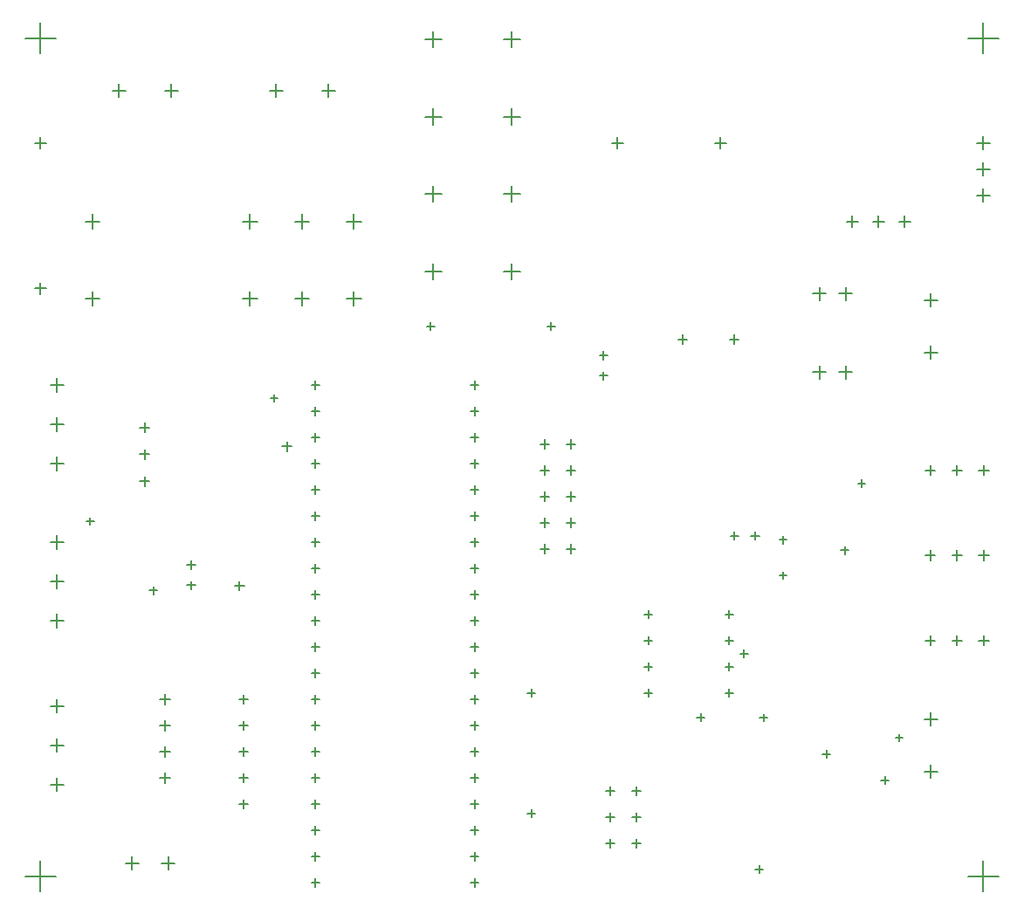
<source format=gbr>
%TF.GenerationSoftware,Altium Limited,Altium Designer,22.4.2 (48)*%
G04 Layer_Color=128*
%FSLAX26Y26*%
%MOIN*%
%TF.SameCoordinates,A4870EFA-22FD-4628-A34E-0957DAB8BB32*%
%TF.FilePolarity,Positive*%
%TF.FileFunction,Drillmap*%
%TF.Part,Single*%
G01*
G75*
%TA.AperFunction,NonConductor*%
%ADD60C,0.005000*%
D60*
X941731Y1709252D02*
X977164D01*
X959448Y1691535D02*
Y1726968D01*
X1122835Y2240748D02*
X1158268D01*
X1140552Y2223032D02*
Y2258465D01*
X140945Y3800000D02*
X259055D01*
X200000Y3740945D02*
Y3859055D01*
X3740945Y3800000D02*
X3859055D01*
X3800000Y3740945D02*
Y3859055D01*
X3740945Y600000D02*
X3859055D01*
X3800000Y540945D02*
Y659055D01*
X140945Y600000D02*
X259055D01*
X200000Y540945D02*
Y659055D01*
X2107500Y1850000D02*
X2142500D01*
X2125000Y1832500D02*
Y1867500D01*
X2107500Y1950000D02*
X2142500D01*
X2125000Y1932500D02*
Y1967500D01*
X2107500Y2050000D02*
X2142500D01*
X2125000Y2032500D02*
Y2067500D01*
X2107500Y2150000D02*
X2142500D01*
X2125000Y2132500D02*
Y2167500D01*
X2107500Y2250000D02*
X2142500D01*
X2125000Y2232500D02*
Y2267500D01*
X2207500Y2250000D02*
X2242500D01*
X2225000Y2232500D02*
Y2267500D01*
X2207500Y2150000D02*
X2242500D01*
X2225000Y2132500D02*
Y2167500D01*
X2207500Y2050000D02*
X2242500D01*
X2225000Y2032500D02*
Y2067500D01*
X2207500Y1950000D02*
X2242500D01*
X2225000Y1932500D02*
Y1967500D01*
X2207500Y1850000D02*
X2242500D01*
X2225000Y1832500D02*
Y1867500D01*
X759252Y1789370D02*
X790748D01*
X775000Y1773622D02*
Y1805118D01*
X759252Y1710630D02*
X790748D01*
X775000Y1694882D02*
Y1726378D01*
X2334252Y2589370D02*
X2365748D01*
X2350000Y2573622D02*
Y2605118D01*
X2334252Y2510630D02*
X2365748D01*
X2350000Y2494882D02*
Y2526378D01*
X371653Y3100000D02*
X426771D01*
X399212Y3072441D02*
Y3127559D01*
X972441Y3100000D02*
X1027559D01*
X1000000Y3072441D02*
Y3127559D01*
X1170867Y3100000D02*
X1225985D01*
X1198426Y3072441D02*
Y3127559D01*
X1369291Y3100000D02*
X1424409D01*
X1396850Y3072441D02*
Y3127559D01*
X1369291Y2804724D02*
X1424409D01*
X1396850Y2777165D02*
Y2832283D01*
X1170867Y2804724D02*
X1225985D01*
X1198426Y2777165D02*
Y2832283D01*
X972441Y2804724D02*
X1027559D01*
X1000000Y2777165D02*
Y2832283D01*
X371653Y2804724D02*
X426771D01*
X399212Y2777165D02*
Y2832283D01*
X3479331Y3100000D02*
X3520669D01*
X3500000Y3079331D02*
Y3120669D01*
X3379331Y3100000D02*
X3420669D01*
X3400000Y3079331D02*
Y3120669D01*
X3279331Y3100000D02*
X3320669D01*
X3300000Y3079331D02*
Y3120669D01*
X674409Y3600000D02*
X725591D01*
X700000Y3574410D02*
Y3625590D01*
X474409Y3600000D02*
X525591D01*
X500000Y3574410D02*
Y3625590D01*
X1274409Y3600000D02*
X1325591D01*
X1300000Y3574410D02*
Y3625590D01*
X1074409Y3600000D02*
X1125591D01*
X1100000Y3574410D02*
Y3625590D01*
X1674606Y2700000D02*
X1704134D01*
X1689370Y2685236D02*
Y2714764D01*
X2135236Y2700000D02*
X2164764D01*
X2150000Y2685236D02*
Y2714764D01*
X178346Y3400000D02*
X221654D01*
X200000Y3378347D02*
Y3421653D01*
X178346Y2844882D02*
X221654D01*
X200000Y2823229D02*
Y2866535D01*
X2633858Y2650000D02*
X2669291D01*
X2651574Y2632284D02*
Y2667716D01*
X2830709Y2650000D02*
X2866142D01*
X2848426Y2632284D02*
Y2667716D01*
X2775197Y3400000D02*
X2818503D01*
X2796850Y3378347D02*
Y3421653D01*
X2381497Y3400000D02*
X2424803D01*
X2403150Y3378347D02*
Y3421653D01*
X1669291Y3795276D02*
X1730709D01*
X1700000Y3764567D02*
Y3825985D01*
X1669291Y3500000D02*
X1730709D01*
X1700000Y3469291D02*
Y3530709D01*
X1669291Y3204724D02*
X1730709D01*
X1700000Y3174015D02*
Y3235433D01*
X1669291Y2909448D02*
X1730709D01*
X1700000Y2878739D02*
Y2940157D01*
X1969291Y3795276D02*
X2030709D01*
X2000000Y3764567D02*
Y3825985D01*
X1969291Y3500000D02*
X2030709D01*
X2000000Y3469291D02*
Y3530709D01*
X1969291Y3204724D02*
X2030709D01*
X2000000Y3174015D02*
Y3235433D01*
X1969291Y2909448D02*
X2030709D01*
X2000000Y2878739D02*
Y2940157D01*
X3574410Y1200000D02*
X3625590D01*
X3600000Y1174409D02*
Y1225591D01*
X3574410Y1000000D02*
X3625590D01*
X3600000Y974409D02*
Y1025591D01*
X2506319Y1600000D02*
X2536201D01*
X2521260Y1585059D02*
Y1614941D01*
X2506319Y1500000D02*
X2536201D01*
X2521260Y1485059D02*
Y1514941D01*
X2506319Y1400000D02*
X2536201D01*
X2521260Y1385059D02*
Y1414941D01*
X2506319Y1300000D02*
X2536201D01*
X2521260Y1285059D02*
Y1314941D01*
X2813799Y1300000D02*
X2843681D01*
X2828740Y1285059D02*
Y1314941D01*
X2813799Y1400000D02*
X2843681D01*
X2828740Y1385059D02*
Y1414941D01*
X2813799Y1500000D02*
X2843681D01*
X2828740Y1485059D02*
Y1514941D01*
X2813799Y1600000D02*
X2843681D01*
X2828740Y1585059D02*
Y1614941D01*
X2834252Y1900000D02*
X2865748D01*
X2850000Y1884252D02*
Y1915748D01*
X2912992Y1900000D02*
X2944488D01*
X2928740Y1884252D02*
Y1915748D01*
X3578740Y1500000D02*
X3616536D01*
X3597638Y1481102D02*
Y1518898D01*
X3681102Y1500000D02*
X3718898D01*
X3700000Y1481102D02*
Y1518898D01*
X3783464Y1500000D02*
X3821260D01*
X3802362Y1481102D02*
Y1518898D01*
X3774803Y3400000D02*
X3825197D01*
X3800000Y3374803D02*
Y3425197D01*
X3774803Y3300000D02*
X3825197D01*
X3800000Y3274803D02*
Y3325197D01*
X3774803Y3200000D02*
X3825197D01*
X3800000Y3174803D02*
Y3225197D01*
X3783464Y1825000D02*
X3821260D01*
X3802362Y1806102D02*
Y1843898D01*
X3681102Y1825000D02*
X3718898D01*
X3700000Y1806102D02*
Y1843898D01*
X3578740Y1825000D02*
X3616536D01*
X3597638Y1806102D02*
Y1843898D01*
X3578740Y2150000D02*
X3616536D01*
X3597638Y2131102D02*
Y2168898D01*
X3681102Y2150000D02*
X3718898D01*
X3700000Y2131102D02*
Y2168898D01*
X3783464Y2150000D02*
X3821260D01*
X3802362Y2131102D02*
Y2168898D01*
X3150000Y2825000D02*
X3200000D01*
X3175000Y2800000D02*
Y2850000D01*
X3250000Y2825000D02*
X3300000D01*
X3275000Y2800000D02*
Y2850000D01*
X3250000Y2525000D02*
X3300000D01*
X3275000Y2500000D02*
Y2550000D01*
X3150000Y2525000D02*
X3200000D01*
X3175000Y2500000D02*
Y2550000D01*
X3574410Y2800000D02*
X3625590D01*
X3600000Y2774410D02*
Y2825590D01*
X3574410Y2600000D02*
X3625590D01*
X3600000Y2574410D02*
Y2625590D01*
X1842047Y2475000D02*
X1872913D01*
X1857480Y2459567D02*
Y2490433D01*
X1842047Y2375000D02*
X1872913D01*
X1857480Y2359567D02*
Y2390433D01*
X1842047Y2275000D02*
X1872913D01*
X1857480Y2259567D02*
Y2290433D01*
X1842047Y2175000D02*
X1872913D01*
X1857480Y2159567D02*
Y2190433D01*
X1842047Y2075000D02*
X1872913D01*
X1857480Y2059567D02*
Y2090433D01*
X1842047Y1975000D02*
X1872913D01*
X1857480Y1959567D02*
Y1990433D01*
X1842047Y1875000D02*
X1872913D01*
X1857480Y1859567D02*
Y1890433D01*
X1842047Y1775000D02*
X1872913D01*
X1857480Y1759567D02*
Y1790433D01*
X1842047Y1675000D02*
X1872913D01*
X1857480Y1659567D02*
Y1690433D01*
X1842047Y1575000D02*
X1872913D01*
X1857480Y1559567D02*
Y1590433D01*
X1842047Y1475000D02*
X1872913D01*
X1857480Y1459567D02*
Y1490433D01*
X1842047Y1375000D02*
X1872913D01*
X1857480Y1359567D02*
Y1390433D01*
X1842047Y1275000D02*
X1872913D01*
X1857480Y1259567D02*
Y1290433D01*
X1842047Y1175000D02*
X1872913D01*
X1857480Y1159567D02*
Y1190433D01*
X1842047Y1075000D02*
X1872913D01*
X1857480Y1059567D02*
Y1090433D01*
X1842047Y975000D02*
X1872913D01*
X1857480Y959567D02*
Y990433D01*
X1842047Y875000D02*
X1872913D01*
X1857480Y859567D02*
Y890433D01*
X1842047Y775000D02*
X1872913D01*
X1857480Y759567D02*
Y790433D01*
X1842047Y675000D02*
X1872913D01*
X1857480Y659567D02*
Y690433D01*
X1842047Y575000D02*
X1872913D01*
X1857480Y559567D02*
Y590433D01*
X1234567Y575000D02*
X1265433D01*
X1250000Y559567D02*
Y590433D01*
X1234567Y675000D02*
X1265433D01*
X1250000Y659567D02*
Y690433D01*
X1234567Y775000D02*
X1265433D01*
X1250000Y759567D02*
Y790433D01*
X1234567Y875000D02*
X1265433D01*
X1250000Y859567D02*
Y890433D01*
X1234567Y975000D02*
X1265433D01*
X1250000Y959567D02*
Y990433D01*
X1234567Y1075000D02*
X1265433D01*
X1250000Y1059567D02*
Y1090433D01*
X1234567Y1175000D02*
X1265433D01*
X1250000Y1159567D02*
Y1190433D01*
X1234567Y1275000D02*
X1265433D01*
X1250000Y1259567D02*
Y1290433D01*
X1234567Y1375000D02*
X1265433D01*
X1250000Y1359567D02*
Y1390433D01*
X1234567Y1475000D02*
X1265433D01*
X1250000Y1459567D02*
Y1490433D01*
X1234567Y1575000D02*
X1265433D01*
X1250000Y1559567D02*
Y1590433D01*
X1234567Y1675000D02*
X1265433D01*
X1250000Y1659567D02*
Y1690433D01*
X1234567Y1775000D02*
X1265433D01*
X1250000Y1759567D02*
Y1790433D01*
X1234567Y1875000D02*
X1265433D01*
X1250000Y1859567D02*
Y1890433D01*
X1234567Y1975000D02*
X1265433D01*
X1250000Y1959567D02*
Y1990433D01*
X1234567Y2075000D02*
X1265433D01*
X1250000Y2059567D02*
Y2090433D01*
X1234567Y2175000D02*
X1265433D01*
X1250000Y2159567D02*
Y2190433D01*
X1234567Y2275000D02*
X1265433D01*
X1250000Y2259567D02*
Y2290433D01*
X1234567Y2375000D02*
X1265433D01*
X1250000Y2359567D02*
Y2390433D01*
X1234567Y2475000D02*
X1265433D01*
X1250000Y2459567D02*
Y2490433D01*
X237597Y1575000D02*
X288779D01*
X263188Y1549409D02*
Y1600591D01*
X237597Y1875000D02*
X288779D01*
X263188Y1849409D02*
Y1900591D01*
X237597Y1725000D02*
X288779D01*
X263188Y1699409D02*
Y1750591D01*
X662206Y650000D02*
X713386D01*
X687796Y624409D02*
Y675591D01*
X524409Y650000D02*
X575591D01*
X550000Y624409D02*
Y675591D01*
X237597Y2175000D02*
X288779D01*
X263188Y2149410D02*
Y2200590D01*
X237597Y2475000D02*
X288779D01*
X263188Y2449410D02*
Y2500590D01*
X237597Y2325000D02*
X288779D01*
X263188Y2299410D02*
Y2350590D01*
X957500Y875000D02*
X992500D01*
X975000Y857500D02*
Y892500D01*
X957500Y975000D02*
X992500D01*
X975000Y957500D02*
Y992500D01*
X957500Y1075000D02*
X992500D01*
X975000Y1057500D02*
Y1092500D01*
X957500Y1175000D02*
X992500D01*
X975000Y1157500D02*
Y1192500D01*
X957500Y1275000D02*
X992500D01*
X975000Y1257500D02*
Y1292500D01*
X2060236Y839370D02*
X2089764D01*
X2075000Y824606D02*
Y854134D01*
X2060236Y1300000D02*
X2089764D01*
X2075000Y1285236D02*
Y1314764D01*
X2457500Y725000D02*
X2492500D01*
X2475000Y707500D02*
Y742500D01*
X2457500Y825000D02*
X2492500D01*
X2475000Y807500D02*
Y842500D01*
X2457500Y925000D02*
X2492500D01*
X2475000Y907500D02*
Y942500D01*
X2357500Y925000D02*
X2392500D01*
X2375000Y907500D02*
Y942500D01*
X2357500Y825000D02*
X2392500D01*
X2375000Y807500D02*
Y842500D01*
X2357500Y725000D02*
X2392500D01*
X2375000Y707500D02*
Y742500D01*
X655315Y1275000D02*
X694685D01*
X675000Y1255315D02*
Y1294685D01*
X655315Y1175000D02*
X694685D01*
X675000Y1155315D02*
Y1194685D01*
X655315Y1075000D02*
X694685D01*
X675000Y1055315D02*
Y1094685D01*
X655315Y975000D02*
X694685D01*
X675000Y955315D02*
Y994685D01*
X237597Y950000D02*
X288779D01*
X263188Y924409D02*
Y975591D01*
X237597Y1250000D02*
X288779D01*
X263188Y1224409D02*
Y1275591D01*
X237597Y1100000D02*
X288779D01*
X263188Y1074409D02*
Y1125591D01*
X579134Y2108070D02*
X616930D01*
X598032Y2089172D02*
Y2126968D01*
X579134Y2210434D02*
X616930D01*
X598032Y2191536D02*
Y2229332D01*
X579134Y2312796D02*
X616930D01*
X598032Y2293898D02*
Y2331694D01*
X2947000Y1206000D02*
X2975000D01*
X2961000Y1192000D02*
Y1220000D01*
X3257000Y1844000D02*
X3285000D01*
X3271000Y1830000D02*
Y1858000D01*
X2930000Y627000D02*
X2958000D01*
X2944000Y613000D02*
Y641000D01*
X3464000Y1129000D02*
X3492000D01*
X3478000Y1115000D02*
Y1143000D01*
X376000Y1956000D02*
X404000D01*
X390000Y1942000D02*
Y1970000D01*
X3022000Y1749000D02*
X3050000D01*
X3036000Y1735000D02*
Y1763000D01*
X3022000Y1884000D02*
X3050000D01*
X3036000Y1870000D02*
Y1898000D01*
X3410000Y967000D02*
X3438000D01*
X3424000Y953000D02*
Y981000D01*
X2873000Y1450000D02*
X2901000D01*
X2887000Y1436000D02*
Y1464000D01*
X1079000Y2425000D02*
X1107000D01*
X1093000Y2411000D02*
Y2439000D01*
X3186630Y1067000D02*
X3214630D01*
X3200630Y1053000D02*
Y1081000D01*
X617000Y1691000D02*
X645000D01*
X631000Y1677000D02*
Y1705000D01*
X2707000Y1207000D02*
X2735000D01*
X2721000Y1193000D02*
Y1221000D01*
X3321000Y2100000D02*
X3349000D01*
X3335000Y2086000D02*
Y2114000D01*
%TF.MD5,fc530a18f738ea7076b36496fed1355b*%
M02*

</source>
